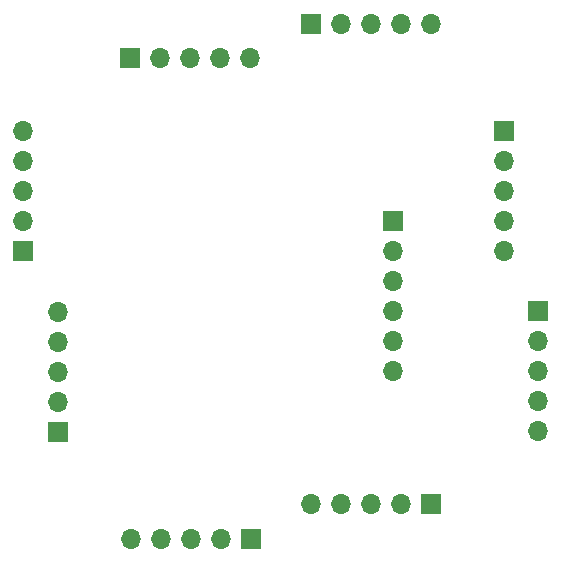
<source format=gbs>
G04 #@! TF.GenerationSoftware,KiCad,Pcbnew,7.0.2-6a45011f42~172~ubuntu22.04.1*
G04 #@! TF.CreationDate,2023-05-08T10:08:59-04:00*
G04 #@! TF.ProjectId,v2,76322e6b-6963-4616-945f-706362585858,rev?*
G04 #@! TF.SameCoordinates,Original*
G04 #@! TF.FileFunction,Soldermask,Bot*
G04 #@! TF.FilePolarity,Negative*
%FSLAX46Y46*%
G04 Gerber Fmt 4.6, Leading zero omitted, Abs format (unit mm)*
G04 Created by KiCad (PCBNEW 7.0.2-6a45011f42~172~ubuntu22.04.1) date 2023-05-08 10:08:59*
%MOMM*%
%LPD*%
G01*
G04 APERTURE LIST*
%ADD10O,1.700000X1.700000*%
%ADD11R,1.700000X1.700000*%
G04 APERTURE END LIST*
D10*
X87300000Y-121800000D03*
X89840000Y-121800000D03*
X92380000Y-121800000D03*
X94920000Y-121800000D03*
D11*
X97460000Y-121800000D03*
D10*
X109500000Y-107600000D03*
X109500000Y-105060000D03*
X109500000Y-102520000D03*
X109500000Y-99980000D03*
X109500000Y-97440000D03*
D11*
X109500000Y-94900000D03*
X102540000Y-78200000D03*
D10*
X105080000Y-78200000D03*
X107620000Y-78200000D03*
X110160000Y-78200000D03*
X112700000Y-78200000D03*
X121800000Y-112700000D03*
X121800000Y-110160000D03*
X121800000Y-107620000D03*
X121800000Y-105080000D03*
D11*
X121800000Y-102540000D03*
X81100000Y-112740000D03*
D10*
X81100000Y-110200000D03*
X81100000Y-107660000D03*
X81100000Y-105120000D03*
X81100000Y-102580000D03*
D11*
X118900000Y-87260000D03*
D10*
X118900000Y-89800000D03*
X118900000Y-92340000D03*
X118900000Y-94880000D03*
X118900000Y-97420000D03*
X78200000Y-87300000D03*
X78200000Y-89840000D03*
X78200000Y-92380000D03*
X78200000Y-94920000D03*
D11*
X78200000Y-97460000D03*
X87260000Y-81100000D03*
D10*
X89800000Y-81100000D03*
X92340000Y-81100000D03*
X94880000Y-81100000D03*
X97420000Y-81100000D03*
X102580000Y-118900000D03*
X105120000Y-118900000D03*
X107660000Y-118900000D03*
X110200000Y-118900000D03*
D11*
X112740000Y-118900000D03*
M02*

</source>
